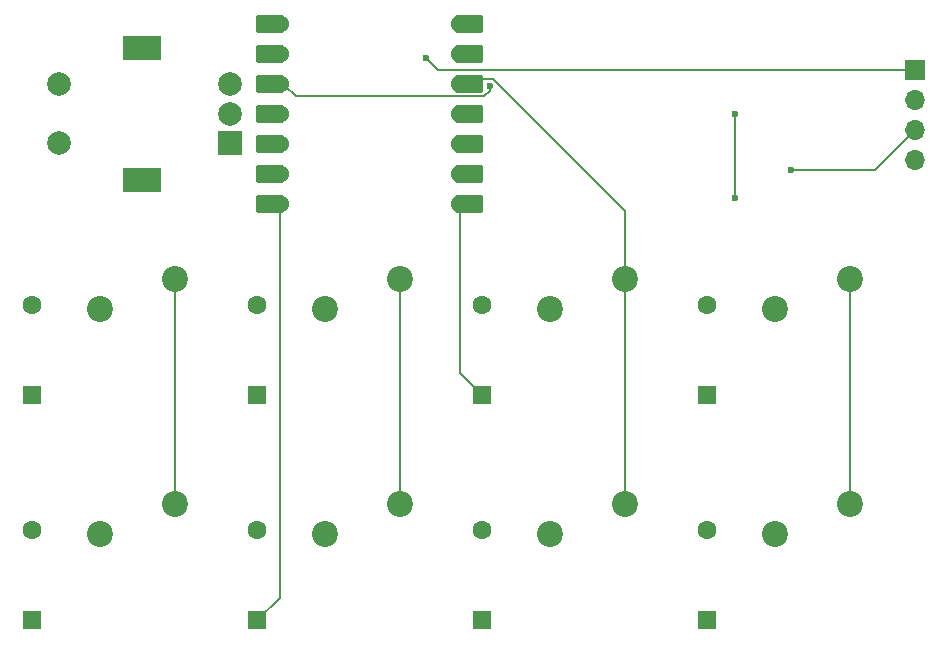
<source format=gbl>
G04 #@! TF.GenerationSoftware,KiCad,Pcbnew,9.0.2*
G04 #@! TF.CreationDate,2025-06-09T08:41:51+05:30*
G04 #@! TF.ProjectId,DevBuddy,44657642-7564-4647-992e-6b696361645f,rev?*
G04 #@! TF.SameCoordinates,Original*
G04 #@! TF.FileFunction,Copper,L2,Bot*
G04 #@! TF.FilePolarity,Positive*
%FSLAX46Y46*%
G04 Gerber Fmt 4.6, Leading zero omitted, Abs format (unit mm)*
G04 Created by KiCad (PCBNEW 9.0.2) date 2025-06-09 08:41:51*
%MOMM*%
%LPD*%
G01*
G04 APERTURE LIST*
G04 Aperture macros list*
%AMRoundRect*
0 Rectangle with rounded corners*
0 $1 Rounding radius*
0 $2 $3 $4 $5 $6 $7 $8 $9 X,Y pos of 4 corners*
0 Add a 4 corners polygon primitive as box body*
4,1,4,$2,$3,$4,$5,$6,$7,$8,$9,$2,$3,0*
0 Add four circle primitives for the rounded corners*
1,1,$1+$1,$2,$3*
1,1,$1+$1,$4,$5*
1,1,$1+$1,$6,$7*
1,1,$1+$1,$8,$9*
0 Add four rect primitives between the rounded corners*
20,1,$1+$1,$2,$3,$4,$5,0*
20,1,$1+$1,$4,$5,$6,$7,0*
20,1,$1+$1,$6,$7,$8,$9,0*
20,1,$1+$1,$8,$9,$2,$3,0*%
G04 Aperture macros list end*
G04 #@! TA.AperFunction,SMDPad,CuDef*
%ADD10RoundRect,0.152400X-1.063600X-0.609600X1.063600X-0.609600X1.063600X0.609600X-1.063600X0.609600X0*%
G04 #@! TD*
G04 #@! TA.AperFunction,ComponentPad*
%ADD11C,1.524000*%
G04 #@! TD*
G04 #@! TA.AperFunction,SMDPad,CuDef*
%ADD12RoundRect,0.152400X1.063600X0.609600X-1.063600X0.609600X-1.063600X-0.609600X1.063600X-0.609600X0*%
G04 #@! TD*
G04 #@! TA.AperFunction,ComponentPad*
%ADD13R,1.700000X1.700000*%
G04 #@! TD*
G04 #@! TA.AperFunction,ComponentPad*
%ADD14O,1.700000X1.700000*%
G04 #@! TD*
G04 #@! TA.AperFunction,ComponentPad*
%ADD15C,2.000000*%
G04 #@! TD*
G04 #@! TA.AperFunction,ComponentPad*
%ADD16R,3.200000X2.000000*%
G04 #@! TD*
G04 #@! TA.AperFunction,ComponentPad*
%ADD17R,2.000000X2.000000*%
G04 #@! TD*
G04 #@! TA.AperFunction,ComponentPad*
%ADD18C,2.200000*%
G04 #@! TD*
G04 #@! TA.AperFunction,ComponentPad*
%ADD19C,1.600000*%
G04 #@! TD*
G04 #@! TA.AperFunction,ComponentPad*
%ADD20RoundRect,0.250000X0.550000X-0.550000X0.550000X0.550000X-0.550000X0.550000X-0.550000X-0.550000X0*%
G04 #@! TD*
G04 #@! TA.AperFunction,ViaPad*
%ADD21C,0.600000*%
G04 #@! TD*
G04 #@! TA.AperFunction,Conductor*
%ADD22C,0.200000*%
G04 #@! TD*
G04 APERTURE END LIST*
D10*
G04 #@! TO.P,U1,1,GPIO26/ADC0/A0*
G04 #@! TO.N,Column 0*
X129898750Y-80486250D03*
D11*
X129063750Y-80486250D03*
D10*
G04 #@! TO.P,U1,2,GPIO27/ADC1/A1*
G04 #@! TO.N,Column 1*
X129898750Y-83026250D03*
D11*
X129063750Y-83026250D03*
D10*
G04 #@! TO.P,U1,3,GPIO28/ADC2/A2*
G04 #@! TO.N,Column 2*
X129898750Y-85566250D03*
D11*
X129063750Y-85566250D03*
D10*
G04 #@! TO.P,U1,4,GPIO29/ADC3/A3*
G04 #@! TO.N,Column 3*
X129898750Y-88106250D03*
D11*
X129063750Y-88106250D03*
D10*
G04 #@! TO.P,U1,5,GPIO6/SDA*
G04 #@! TO.N,Net-(J1-SDA)*
X129898750Y-90646250D03*
D11*
X129063750Y-90646250D03*
D10*
G04 #@! TO.P,U1,6,GPIO7/SCL*
G04 #@! TO.N,Net-(J1-SCL)*
X129898750Y-93186250D03*
D11*
X129063750Y-93186250D03*
D10*
G04 #@! TO.P,U1,7,GPIO0/TX*
G04 #@! TO.N,Row 0*
X129898750Y-95726250D03*
D11*
X129063750Y-95726250D03*
G04 #@! TO.P,U1,8,GPIO1/RX*
G04 #@! TO.N,Row 1*
X113823750Y-95726250D03*
D12*
X112988750Y-95726250D03*
D11*
G04 #@! TO.P,U1,9,GPIO2/SCK*
G04 #@! TO.N,Net-(U1-GPIO2{slash}SCK)*
X113823750Y-93186250D03*
D12*
X112988750Y-93186250D03*
D11*
G04 #@! TO.P,U1,10,GPIO4/MISO*
G04 #@! TO.N,Net-(U1-GPIO4{slash}MISO)*
X113823750Y-90646250D03*
D12*
X112988750Y-90646250D03*
D11*
G04 #@! TO.P,U1,11,GPIO3/MOSI*
G04 #@! TO.N,Net-(U1-GPIO3{slash}MOSI)*
X113823750Y-88106250D03*
D12*
X112988750Y-88106250D03*
D11*
G04 #@! TO.P,U1,12,3V3*
G04 #@! TO.N,Net-(J1-VCC)*
X113823750Y-85566250D03*
D12*
X112988750Y-85566250D03*
D11*
G04 #@! TO.P,U1,13,GND*
G04 #@! TO.N,GND*
X113823750Y-83026250D03*
D12*
X112988750Y-83026250D03*
D11*
G04 #@! TO.P,U1,14,VBUS*
G04 #@! TO.N,+5V*
X113823750Y-80486250D03*
D12*
X112988750Y-80486250D03*
G04 #@! TD*
D13*
G04 #@! TO.P,J1,1,GND*
G04 #@! TO.N,GND*
X167633750Y-84411250D03*
D14*
G04 #@! TO.P,J1,2,VCC*
G04 #@! TO.N,Net-(J1-VCC)*
X167633750Y-86951250D03*
G04 #@! TO.P,J1,3,SCL*
G04 #@! TO.N,Net-(J1-SCL)*
X167633750Y-89491250D03*
G04 #@! TO.P,J1,4,SDA*
G04 #@! TO.N,Net-(J1-SDA)*
X167633750Y-92031250D03*
G04 #@! TD*
D15*
G04 #@! TO.P,SW15,S1,S1*
G04 #@! TO.N,Net-(J1-VCC)*
X95143750Y-85606250D03*
G04 #@! TO.P,SW15,S2,S2*
G04 #@! TO.N,GND*
X95143750Y-90606250D03*
D16*
G04 #@! TO.P,SW15,MP*
G04 #@! TO.N,N/C*
X102143750Y-82506250D03*
X102143750Y-93706250D03*
D15*
G04 #@! TO.P,SW15,B,B*
G04 #@! TO.N,Net-(U1-GPIO3{slash}MOSI)*
X109643750Y-85606250D03*
G04 #@! TO.P,SW15,C,C*
G04 #@! TO.N,Net-(U1-GPIO4{slash}MISO)*
X109643750Y-88106250D03*
D17*
G04 #@! TO.P,SW15,A,A*
G04 #@! TO.N,Net-(U1-GPIO2{slash}SCK)*
X109643750Y-90606250D03*
G04 #@! TD*
D18*
G04 #@! TO.P,SW7,2,2*
G04 #@! TO.N,Net-(D7-A)*
X136683750Y-123666250D03*
G04 #@! TO.P,SW7,1,1*
G04 #@! TO.N,Column 2*
X143033750Y-121126250D03*
G04 #@! TD*
D19*
G04 #@! TO.P,D5,2,A*
G04 #@! TO.N,Net-(D5-A)*
X92868750Y-123348750D03*
D20*
G04 #@! TO.P,D5,1,K*
G04 #@! TO.N,Row 1*
X92868750Y-130968750D03*
G04 #@! TD*
D19*
G04 #@! TO.P,D6,2,A*
G04 #@! TO.N,Net-(D6-A)*
X111918750Y-123348750D03*
D20*
G04 #@! TO.P,D6,1,K*
G04 #@! TO.N,Row 1*
X111918750Y-130968750D03*
G04 #@! TD*
D19*
G04 #@! TO.P,D4,2,A*
G04 #@! TO.N,Net-(D4-A)*
X150018750Y-104298750D03*
D20*
G04 #@! TO.P,D4,1,K*
G04 #@! TO.N,Row 0*
X150018750Y-111918750D03*
G04 #@! TD*
D19*
G04 #@! TO.P,D8,2,A*
G04 #@! TO.N,Net-(D8-A)*
X150018750Y-123348750D03*
D20*
G04 #@! TO.P,D8,1,K*
G04 #@! TO.N,Row 1*
X150018750Y-130968750D03*
G04 #@! TD*
D19*
G04 #@! TO.P,D7,2,A*
G04 #@! TO.N,Net-(D7-A)*
X130968750Y-123348750D03*
D20*
G04 #@! TO.P,D7,1,K*
G04 #@! TO.N,Row 1*
X130968750Y-130968750D03*
G04 #@! TD*
D18*
G04 #@! TO.P,SW1,2,2*
G04 #@! TO.N,Net-(D1-A)*
X98583750Y-104616250D03*
G04 #@! TO.P,SW1,1,1*
G04 #@! TO.N,Column 0*
X104933750Y-102076250D03*
G04 #@! TD*
G04 #@! TO.P,SW8,1,1*
G04 #@! TO.N,Column 3*
X162083750Y-121126250D03*
G04 #@! TO.P,SW8,2,2*
G04 #@! TO.N,Net-(D8-A)*
X155733750Y-123666250D03*
G04 #@! TD*
G04 #@! TO.P,SW6,1,1*
G04 #@! TO.N,Column 1*
X123983750Y-121126250D03*
G04 #@! TO.P,SW6,2,2*
G04 #@! TO.N,Net-(D6-A)*
X117633750Y-123666250D03*
G04 #@! TD*
G04 #@! TO.P,SW5,1,1*
G04 #@! TO.N,Column 0*
X104933750Y-121126250D03*
G04 #@! TO.P,SW5,2,2*
G04 #@! TO.N,Net-(D5-A)*
X98583750Y-123666250D03*
G04 #@! TD*
G04 #@! TO.P,SW4,1,1*
G04 #@! TO.N,Column 3*
X162083750Y-102076250D03*
G04 #@! TO.P,SW4,2,2*
G04 #@! TO.N,Net-(D4-A)*
X155733750Y-104616250D03*
G04 #@! TD*
G04 #@! TO.P,SW3,1,1*
G04 #@! TO.N,Column 2*
X143033750Y-102076250D03*
G04 #@! TO.P,SW3,2,2*
G04 #@! TO.N,Net-(D3-A)*
X136683750Y-104616250D03*
G04 #@! TD*
G04 #@! TO.P,SW2,1,1*
G04 #@! TO.N,Column 1*
X123983750Y-102076250D03*
G04 #@! TO.P,SW2,2,2*
G04 #@! TO.N,Net-(D2-A)*
X117633750Y-104616250D03*
G04 #@! TD*
D20*
G04 #@! TO.P,D3,1,K*
G04 #@! TO.N,Row 0*
X130968750Y-111918750D03*
D19*
G04 #@! TO.P,D3,2,A*
G04 #@! TO.N,Net-(D3-A)*
X130968750Y-104298750D03*
G04 #@! TD*
D20*
G04 #@! TO.P,D2,1,K*
G04 #@! TO.N,Row 0*
X111918750Y-111918750D03*
D19*
G04 #@! TO.P,D2,2,A*
G04 #@! TO.N,Net-(D2-A)*
X111918750Y-104298750D03*
G04 #@! TD*
D20*
G04 #@! TO.P,D1,1,K*
G04 #@! TO.N,Row 0*
X92868750Y-111918750D03*
D19*
G04 #@! TO.P,D1,2,A*
G04 #@! TO.N,Net-(D1-A)*
X92868750Y-104298750D03*
G04 #@! TD*
D21*
G04 #@! TO.N,Column 3*
X152400000Y-88106250D03*
X152400000Y-95250000D03*
G04 #@! TO.N,Net-(J1-SCL)*
X157162500Y-92868750D03*
G04 #@! TO.N,Net-(J1-VCC)*
X131614750Y-85725000D03*
G04 #@! TO.N,GND*
X126206250Y-83343750D03*
G04 #@! TD*
D22*
G04 #@! TO.N,Column 3*
X152400000Y-95250000D02*
X152400000Y-88106250D01*
G04 #@! TO.N,Column 2*
X143033750Y-102076250D02*
X143033750Y-96294057D01*
X143033750Y-96294057D02*
X131863693Y-85124000D01*
X131863693Y-85124000D02*
X129506000Y-85124000D01*
X129506000Y-85124000D02*
X129063750Y-85566250D01*
G04 #@! TO.N,Net-(J1-SCL)*
X157162500Y-92868750D02*
X164256250Y-92868750D01*
X164256250Y-92868750D02*
X167633750Y-89491250D01*
G04 #@! TO.N,Net-(J1-VCC)*
X115204250Y-86629250D02*
X114300000Y-85725000D01*
X131154376Y-86629250D02*
X115204250Y-86629250D01*
X131614750Y-85725000D02*
X131614750Y-86168876D01*
X131614750Y-86168876D02*
X131154376Y-86629250D01*
G04 #@! TO.N,GND*
X126206250Y-83343750D02*
X127273750Y-84411250D01*
X127273750Y-84411250D02*
X167633750Y-84411250D01*
G04 #@! TO.N,Column 3*
X162083750Y-102076250D02*
X162083750Y-121126250D01*
G04 #@! TO.N,Column 2*
X143033750Y-102076250D02*
X143033750Y-121126250D01*
G04 #@! TO.N,Column 1*
X123983750Y-102076250D02*
X123983750Y-121126250D01*
G04 #@! TO.N,Column 0*
X104933750Y-102076250D02*
X104933750Y-121126250D01*
G04 #@! TO.N,Row 0*
X129063750Y-110013750D02*
X129063750Y-95726250D01*
X130968750Y-111918750D02*
X129063750Y-110013750D01*
G04 #@! TO.N,Row 1*
X113823750Y-129063750D02*
X113823750Y-95726250D01*
X111918750Y-130968750D02*
X113823750Y-129063750D01*
G04 #@! TD*
M02*

</source>
